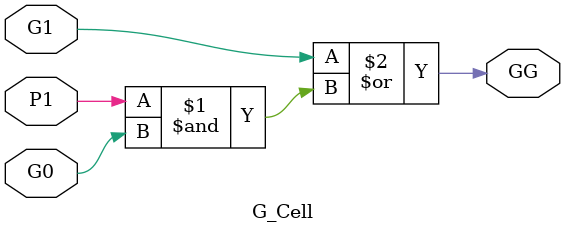
<source format=v>
`timescale 1ns / 1ps

module fpmul(a,b,out,overflow,sub,CLK,RST
    );
	 input [15:0] a;
	 input [15:0] b;
	 input CLK, RST;
	 
	 output reg [15:0] out;
	 output reg overflow, sub;
	 
	 wire sign;
	 wire [5:0] exp;
	 wire signed  [6:0] exad;
	 wire [9:0] fra;
	 wire azero, bzero;
	 wire [23:0] win;
	 wire [23:0] subwin;
	 wire [5:0] fo;
	 wire [23:0] s;
	 wire signed [6:0] carry;
	 wire signed [6:0] exx;
	 
	 reg signed [6:0] ex[14:0];
	 wire signdelay[14:0];
	 
	 
	 assign sign = a[15] ^ b[15];
	 assign azero = (a[14:10] == 5'b00000) ? 0 : 1;
	 assign bzero = (b[14:10] == 5'b00000) ? 0 : 1;
	 assign exad = ((a[14:10] == 0) && (b[14:10] == 0))? (a[14:10] + b[14:10] -5'b01101) :((a[14:10] == 0) || (b[14:10] == 0)) ?
						(a[14:10] + b[14:10] -5'b01110) : (a[14:10] + b[14:10] -5'b01111);
	 booth_multiplier a1 (.a(a[9:0]),.b(b[9:0]), .azero(azero), .bzero(bzero), .CLK(CLK) , .RST(RST), .s(s));
	 
	 assign fo =    s[23] ? 23 : s[22] ? 22 : s[21] ? 21 :
						 s[20] ? 20 : s[19] ? 19 : s[18] ? 18 :
						 s[17] ? 17 : s[16] ? 16 : s[15] ? 15 :
						 s[14] ? 14 : s[13] ? 13 : s[12] ? 12 :
						 s[11] ? 11 : s[10] ? 10 : s[9] ? 9 :
						 s[8] ? 8 : s[7] ? 7 : s[6] ? 6 :
					    s[5] ? 5 : s[4] ? 4 : s[3] ? 3 :
				   	 s[2] ? 2 : s[1] ? 1 : 0;
	 assign carry = fo-20;
	 assign exx = ex[13] + carry;
	 assign exp = (0 >= (exx + carry)) ? 5'b00000 : 
					  ((exx+carry) >= 5'b11111) ? 5'b11111 : exx;
	 assign win = (carry>0) ? s >> carry : s << -(carry);
	 assign subwin = win >> -(exx); 
	 
	 assign fra = (exp == 5'b11111) ? 10'b1111111111:
					  (exp == 5'b00000) ? (subwin[20:11] + (subwin[10]&&subwin[9])) : (win[19:10]+(win[9]&&win[8]));
	 
	 delay_buffer d1 (sign, signdelay[0], CLK, RST);
	 delay_buffer d15 (signdelay[0], signdelay[1], CLK, RST);
	 delay_buffer d2 (signdelay[1], signdelay[2], CLK, RST);
	 delay_buffer d3 (signdelay[2], signdelay[3], CLK, RST);
	 delay_buffer d4 (signdelay[3], signdelay[4], CLK, RST);
	 delay_buffer d5 (signdelay[4], signdelay[5], CLK, RST);
	 delay_buffer d6(signdelay[5], signdelay[6], CLK, RST);
	 delay_buffer d7 (signdelay[6], signdelay[7], CLK, RST);
	 delay_buffer d8 (signdelay[7], signdelay[8], CLK, RST);
	 delay_buffer d9 (signdelay[8], signdelay[9], CLK, RST);
	 delay_buffer d10 (signdelay[9], signdelay[10], CLK, RST);
	 delay_buffer d11 (signdelay[10], signdelay[11], CLK, RST);
	 delay_buffer d12 (signdelay[11], signdelay[12], CLK, RST);
	 delay_buffer d13 (signdelay[12], signdelay[13], CLK, RST);
	 delay_buffer d14 (signdelay[13], signdelay[14], CLK, RST);
	 
	 
	 
	 always @(posedge CLK or negedge RST) begin
		if (!RST) begin
		out <= 0;
		overflow <=0;
		
	end else begin
		out <= {signdelay[13],exp[4:0],fra[9:0]};
		overflow <= (exp == 5'b11111) ? 1 : 0;
		sub <= (exp == 5'b00000) ? 1 :0;	
		ex[0] <= exad;
		ex[1] <= ex[0];
		ex[2] <= ex[1];
		ex[3] <= ex[2];
		ex[4] <= ex[3];
		ex[5] <= ex[4];
		ex[6] <= ex[5];
		ex[7] <= ex[6];
		ex[8] <= ex[7];
		ex[9] <= ex[8];
		ex[10] <= ex[9];
		ex[11] <= ex[10];
		ex[12] <= ex[11];
		ex[13] <= ex[12];
		ex[14] <= ex[13];
	end
	end

endmodule


module delay_buffer (a, b, CLK, RST);
input a, CLK, RST;
wire a1, a2, a3, a4, a5, a6;

output reg b;

assign a1 = !a;
assign a2 = !a1;
assign a3 = !a2;
assign a4 = !a3;
assign a5 = !a4;
assign a6 = !a5;

always@(posedge CLK, negedge RST) begin
		if(!RST) begin
			b <= 0;
		end else begin
			b <= a6;
		end
	end
	

endmodule
		




module booth_multiplier(a,b, azero, bzero, CLK,RST,s 
    );
	 input [9:0] a;
	 input [9:0] b;
	 input azero, bzero;
	 input CLK, RST;
	 output reg [23:0] s;
	 
	 wire [23:0] aa[6:0];
	 wire [23:0] as[6:0];
	 
	 wire [24:0] partials[6:0];
	 
	 EE a1 (a, b, azero, bzero,CLK, RST, aa[0], as[0], partials[0]);
	 
	 genvar i;
	 generate 	 
		for(i=0; i<6; i=i+1) begin: genblk1
			MM u1 (aa[i], as[i], partials[i], partials[i+1], aa[i+1], as[i+1], CLK, RST);
		end
	endgenerate
	 
		 always@(posedge CLK, negedge RST) begin
		 if(!RST) begin
				s <= 0;
		 end else begin
				s <= (partials[6][24:1]);
		 end
		 end
	endmodule

module MM (aa, as, ap, out, aao, aso, CLK, RST);
		 input [23:0] aa;
		 input [23:0] as;
		 input [24:0] ap;
		 input CLK, RST;
		 
		 reg [24:0] ppp;
		 wire [2:0] CC = ap[2:0];
		 wire [24:0] pp;
		 
		 output reg [24:0] out;
		 output reg [23:0] aao;
		 output reg [23:0] aso;
		 
		 reg [23:0] aa1;
	 
		 reg [23:0] as1;
		 

	
		 always@(*) begin
		 case(CC)
			3'b001:   ppp = {1'b0,aa[23:0]};
			3'b010:   ppp = {1'b0,aa[23:0]};
			3'b011:   ppp = {1'b0,aa[22:0],1'b0};
			3'b100:   ppp = {1'b1,as[22:0],1'b0};
			3'b101:   ppp = {1'b1,as[23:0]};
			3'b110:   ppp = {1'b1,as[23:0]};
			default : ppp = 0;
		 endcase
		 end
		 
		 Carry_Ripple_Adder b1 (.a({ap[24],ap[24:1]}), .b(ppp), .ci(1'b0), .Cout(), .Sum(pp), .CLK(CLK), .RST(RST));
		 
		 always@(posedge CLK, negedge RST) begin
		 if(!RST) begin
				out <= 0;
				aao <= 0;
				aso <= 0;
				aa1 <= 0;
				as1 <= 0;
				
				
		 end else begin
				out[24] <= pp[24];
				out[23:0] <= pp[24:1];
				aa1 <= aa;
				as1 <= as;
				aao <= aa1;
				aso <= as1;	
				
		 end
		 end
		 
endmodule

module EE (a, b, azero, bzero, CLK, RST,  aa, as, ap);
		 input [9:0] a;
    	 input [9:0] b;
		 input azero, bzero;
		 input CLK, RST;
		 
		 wire [23:0] aaa; 
		 wire [23:0] aas;
		 wire [24:0] aap;
		 
		 assign aaa[23:0] = {1'b0,azero,a[9:0],12'b0};
		// assign aaa[22] = azero;
		// assign aaa[21:12] = a[9:0];
		// assign aaa[11: 0] = 12'b0;
		 
		 assign aas[23:0] = {(~{1'b0,azero,a[9:0]}+1),12'b0};
	
		 
    	 assign aap[24:0] = {12'b0,bzero,b[9:0],1'b0};
		 //assign aap[11] = bzero;
		 //assign aap[10: 1] = b[9:0];
		 //assign aap[0] = 0;
		 
		 output reg [23:0] aa;
		 output reg [23:0] as;
		 output reg [24:0] ap;

		 
		 always@(posedge CLK, negedge RST) begin
				if(!RST) begin
							aa <= 0;
							as <= 0;
							ap <= 0;
				end
		 else begin
							aa <= aaa;
							as <= aas;
							ap <= aap;
				end
		 end
		 
endmodule

module Carry_Ripple_Adder(a, b, ci, Sum, Cout, CLK, RST);
	
	input 		CLK;
	input			RST;
	input 		[25:1] 	a;
	input 		[25:1] 	b;
	input 			ci;
	output reg	[25:1] 	Sum;
	output reg 		Cout;
	
	
	
	wire [25:0] G;
	wire [25:0] P;
	wire [25:0] GG;
	wire [25:1] S;
	
	assign G[0] = ci;
	assign P[0] = 0;
	assign G[25:1] = a & b;
	assign P[25:1] = a ^ b;

	
	assign GG[0] = G[0];
	G_Cell U0(G[0], G[1], P[1], GG[1]);
	
	genvar i;
	generate
		for(i=1; i<25; i=i+1) begin: loop_1
					G_Cell U1(GG[i], G[i+1], P[i+1], GG[i+1]);
		end
	endgenerate
	
	genvar j;
	generate
		for(j=1; j<=25; j=j+1) begin: loop_2
			assign S[j] = P[j] ^ GG[j-1];
		end
	endgenerate
	
	always@(posedge CLK, negedge RST) begin
		if(!RST) begin
			Cout <= 0;
			Sum <= 0;
		end else begin
			Cout <= GG[25];
			Sum <= S;
		end
	end
	
endmodule

module G_Cell(G0, G1, P1, GG);
	input G0;
	input G1;
	input P1;
	output GG;
	
	assign GG = G1 | (P1 & G0);
endmodule

</source>
